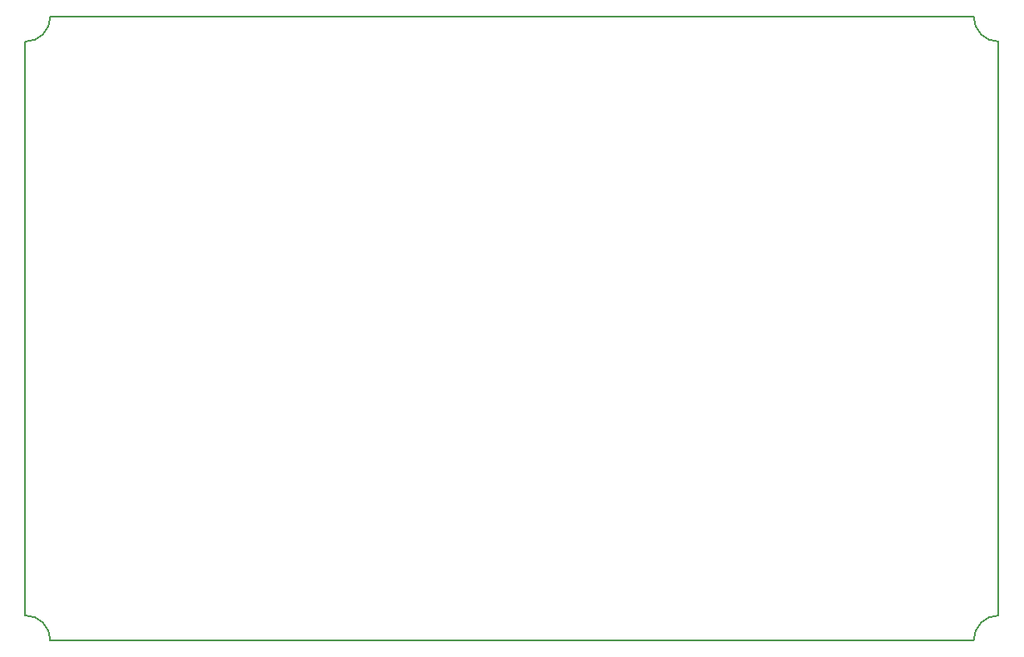
<source format=gm1>
G04 #@! TF.GenerationSoftware,KiCad,Pcbnew,7.0.6*
G04 #@! TF.CreationDate,2023-10-08T17:39:31-05:00*
G04 #@! TF.ProjectId,DogTimerPCB,446f6754-696d-4657-9250-43422e6b6963,rev?*
G04 #@! TF.SameCoordinates,Original*
G04 #@! TF.FileFunction,Profile,NP*
%FSLAX46Y46*%
G04 Gerber Fmt 4.6, Leading zero omitted, Abs format (unit mm)*
G04 Created by KiCad (PCBNEW 7.0.6) date 2023-10-08 17:39:31*
%MOMM*%
%LPD*%
G01*
G04 APERTURE LIST*
G04 #@! TA.AperFunction,Profile*
%ADD10C,0.200000*%
G04 #@! TD*
G04 APERTURE END LIST*
D10*
X35560000Y-101600000D02*
G75*
G03*
X33020000Y-99060000I-2540000J0D01*
G01*
X35560000Y-38100000D02*
X129540000Y-38100000D01*
X132080000Y-40640000D02*
X132080000Y-99060000D01*
X129540000Y-38100000D02*
G75*
G03*
X132080000Y-40640000I2540000J0D01*
G01*
X132080000Y-99060000D02*
G75*
G03*
X129540000Y-101600000I0J-2540000D01*
G01*
X33020000Y-40640000D02*
X33020000Y-99060000D01*
X33020000Y-40640000D02*
G75*
G03*
X35560000Y-38100000I0J2540000D01*
G01*
X35560000Y-101600000D02*
X129540000Y-101600000D01*
M02*

</source>
